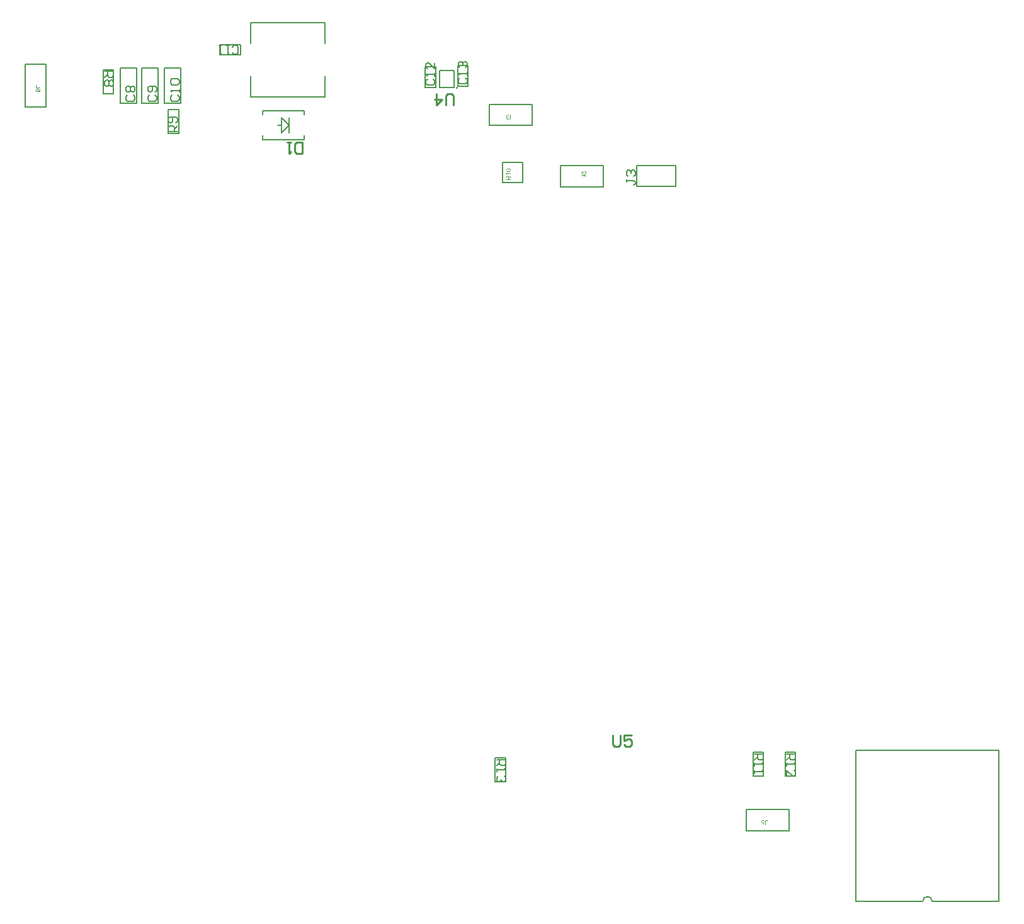
<source format=gbr>
G04*
G04 #@! TF.GenerationSoftware,Altium Limited,Altium Designer,23.0.1 (38)*
G04*
G04 Layer_Color=8388736*
%FSLAX25Y25*%
%MOIN*%
G70*
G04*
G04 #@! TF.SameCoordinates,96643D2F-BE8E-4E12-8B93-A60CB91944C5*
G04*
G04*
G04 #@! TF.FilePolarity,Positive*
G04*
G01*
G75*
%ADD10C,0.01000*%
%ADD12C,0.00787*%
G36*
X293440Y443498D02*
X293463Y443496D01*
X293493Y443494D01*
X293524Y443490D01*
X293561Y443484D01*
X293601Y443474D01*
X293644Y443465D01*
X293689Y443453D01*
X293734Y443435D01*
X293781Y443418D01*
X293826Y443394D01*
X293873Y443369D01*
X293916Y443339D01*
X293959Y443304D01*
X293961Y443302D01*
X293969Y443294D01*
X293979Y443284D01*
X293994Y443269D01*
X294010Y443249D01*
X294030Y443226D01*
X294049Y443196D01*
X294071Y443165D01*
X294092Y443131D01*
X294116Y443092D01*
X294136Y443049D01*
X294155Y443004D01*
X294173Y442955D01*
X294187Y442904D01*
X294198Y442849D01*
X294206Y442793D01*
X293899Y442751D01*
Y442753D01*
X293897Y442763D01*
X293893Y442777D01*
X293889Y442794D01*
X293883Y442816D01*
X293875Y442839D01*
X293867Y442867D01*
X293855Y442896D01*
X293832Y442959D01*
X293800Y443022D01*
X293783Y443051D01*
X293763Y443081D01*
X293742Y443106D01*
X293718Y443130D01*
X293716Y443131D01*
X293712Y443135D01*
X293705Y443139D01*
X293695Y443147D01*
X293683Y443157D01*
X293667Y443167D01*
X293652Y443177D01*
X293632Y443186D01*
X293610Y443198D01*
X293587Y443208D01*
X293532Y443228D01*
X293505Y443235D01*
X293473Y443239D01*
X293440Y443243D01*
X293407Y443245D01*
X293397D01*
X293385Y443243D01*
X293369D01*
X293352Y443241D01*
X293330Y443237D01*
X293305Y443233D01*
X293277Y443226D01*
X293250Y443218D01*
X293220Y443208D01*
X293189Y443196D01*
X293158Y443183D01*
X293128Y443165D01*
X293097Y443145D01*
X293068Y443122D01*
X293038Y443096D01*
X293036Y443094D01*
X293032Y443088D01*
X293024Y443081D01*
X293015Y443069D01*
X293003Y443055D01*
X292991Y443038D01*
X292977Y443016D01*
X292962Y442992D01*
X292948Y442967D01*
X292934Y442938D01*
X292922Y442908D01*
X292911Y442875D01*
X292901Y442839D01*
X292893Y442802D01*
X292889Y442763D01*
X292887Y442722D01*
Y442720D01*
Y442712D01*
Y442702D01*
X292889Y442687D01*
X292891Y442669D01*
X292895Y442647D01*
X292899Y442624D01*
X292905Y442598D01*
X292913Y442571D01*
X292920Y442544D01*
X292932Y442514D01*
X292946Y442485D01*
X292962Y442455D01*
X292981Y442428D01*
X293001Y442401D01*
X293026Y442373D01*
X293028Y442371D01*
X293032Y442367D01*
X293040Y442359D01*
X293052Y442351D01*
X293066Y442342D01*
X293081Y442330D01*
X293101Y442316D01*
X293122Y442303D01*
X293148Y442291D01*
X293173Y442277D01*
X293203Y442265D01*
X293234Y442255D01*
X293267Y442248D01*
X293305Y442240D01*
X293342Y442236D01*
X293381Y442234D01*
X293397D01*
X293416Y442236D01*
X293442Y442238D01*
X293473Y442242D01*
X293510Y442248D01*
X293552Y442255D01*
X293599Y442267D01*
X293565Y441997D01*
X293559D01*
X293548Y441999D01*
X293530Y442001D01*
X293495D01*
X293481Y441999D01*
X293463Y441997D01*
X293444Y441995D01*
X293422Y441993D01*
X293397Y441987D01*
X293342Y441975D01*
X293281Y441958D01*
X293252Y441946D01*
X293220Y441932D01*
X293189Y441916D01*
X293160Y441899D01*
X293158Y441897D01*
X293152Y441893D01*
X293144Y441887D01*
X293134Y441879D01*
X293122Y441867D01*
X293109Y441854D01*
X293095Y441838D01*
X293079Y441820D01*
X293066Y441799D01*
X293052Y441775D01*
X293038Y441750D01*
X293026Y441720D01*
X293015Y441689D01*
X293007Y441656D01*
X293003Y441620D01*
X293001Y441581D01*
Y441579D01*
Y441573D01*
Y441566D01*
X293003Y441552D01*
X293005Y441538D01*
X293007Y441520D01*
X293011Y441503D01*
X293015Y441481D01*
X293028Y441438D01*
X293038Y441415D01*
X293050Y441391D01*
X293063Y441366D01*
X293077Y441344D01*
X293097Y441321D01*
X293116Y441299D01*
X293118Y441297D01*
X293122Y441295D01*
X293128Y441289D01*
X293138Y441281D01*
X293148Y441273D01*
X293163Y441264D01*
X293179Y441254D01*
X293197Y441242D01*
X293218Y441232D01*
X293240Y441222D01*
X293265Y441213D01*
X293291Y441205D01*
X293318Y441197D01*
X293350Y441191D01*
X293381Y441189D01*
X293414Y441187D01*
X293432D01*
X293444Y441189D01*
X293460Y441191D01*
X293477Y441193D01*
X293497Y441197D01*
X293518Y441201D01*
X293565Y441215D01*
X293591Y441224D01*
X293616Y441234D01*
X293642Y441248D01*
X293667Y441264D01*
X293691Y441281D01*
X293714Y441301D01*
X293716Y441303D01*
X293720Y441307D01*
X293726Y441313D01*
X293734Y441323D01*
X293744Y441334D01*
X293754Y441348D01*
X293765Y441366D01*
X293779Y441385D01*
X293791Y441409D01*
X293804Y441434D01*
X293816Y441462D01*
X293830Y441491D01*
X293840Y441524D01*
X293851Y441562D01*
X293859Y441599D01*
X293867Y441640D01*
X294175Y441585D01*
Y441581D01*
X294173Y441571D01*
X294169Y441556D01*
X294163Y441534D01*
X294155Y441509D01*
X294147Y441477D01*
X294136Y441444D01*
X294122Y441409D01*
X294106Y441371D01*
X294089Y441332D01*
X294067Y441291D01*
X294044Y441252D01*
X294018Y441213D01*
X293989Y441174D01*
X293955Y441138D01*
X293920Y441105D01*
X293918Y441103D01*
X293910Y441097D01*
X293899Y441089D01*
X293883Y441078D01*
X293863Y441066D01*
X293840Y441050D01*
X293812Y441036D01*
X293781Y441019D01*
X293748Y441003D01*
X293708Y440987D01*
X293667Y440974D01*
X293624Y440962D01*
X293577Y440950D01*
X293528Y440942D01*
X293475Y440936D01*
X293420Y440934D01*
X293401D01*
X293385Y440936D01*
X293367D01*
X293346Y440938D01*
X293322Y440942D01*
X293295Y440946D01*
X293267Y440950D01*
X293238Y440956D01*
X293173Y440972D01*
X293109Y440995D01*
X293075Y441009D01*
X293042Y441024D01*
X293040D01*
X293034Y441028D01*
X293024Y441034D01*
X293013Y441040D01*
X292999Y441050D01*
X292981Y441060D01*
X292944Y441087D01*
X292901Y441122D01*
X292856Y441164D01*
X292813Y441211D01*
X292775Y441266D01*
X292774Y441268D01*
X292772Y441271D01*
X292768Y441281D01*
X292762Y441291D01*
X292754Y441307D01*
X292746Y441323D01*
X292738Y441342D01*
X292728Y441362D01*
X292721Y441385D01*
X292713Y441411D01*
X292697Y441466D01*
X292687Y441526D01*
X292683Y441558D01*
Y441589D01*
Y441591D01*
Y441597D01*
Y441605D01*
X292685Y441616D01*
Y441630D01*
X292687Y441648D01*
X292691Y441666D01*
X292695Y441687D01*
X292705Y441732D01*
X292721Y441783D01*
X292742Y441834D01*
X292756Y441859D01*
X292772Y441885D01*
Y441887D01*
X292775Y441891D01*
X292781Y441899D01*
X292787Y441906D01*
X292797Y441918D01*
X292809Y441932D01*
X292823Y441946D01*
X292836Y441961D01*
X292854Y441977D01*
X292873Y441995D01*
X292895Y442012D01*
X292918Y442030D01*
X292942Y442048D01*
X292969Y442065D01*
X293030Y442097D01*
X293028D01*
X293020Y442099D01*
X293009Y442102D01*
X292993Y442106D01*
X292975Y442114D01*
X292954Y442122D01*
X292928Y442130D01*
X292903Y442142D01*
X292875Y442156D01*
X292848Y442171D01*
X292819Y442189D01*
X292789Y442208D01*
X292762Y442230D01*
X292734Y442253D01*
X292707Y442281D01*
X292683Y442310D01*
X292681Y442312D01*
X292677Y442318D01*
X292671Y442326D01*
X292664Y442340D01*
X292654Y442355D01*
X292644Y442375D01*
X292632Y442397D01*
X292621Y442422D01*
X292611Y442450D01*
X292599Y442481D01*
X292589Y442514D01*
X292579Y442549D01*
X292572Y442587D01*
X292566Y442628D01*
X292562Y442671D01*
X292560Y442716D01*
Y442720D01*
Y442730D01*
X292562Y442747D01*
X292564Y442771D01*
X292568Y442798D01*
X292572Y442832D01*
X292579Y442869D01*
X292589Y442908D01*
X292603Y442951D01*
X292619Y442996D01*
X292638Y443041D01*
X292662Y443088D01*
X292689Y443135D01*
X292721Y443183D01*
X292758Y443228D01*
X292801Y443273D01*
X292803Y443275D01*
X292813Y443283D01*
X292824Y443294D01*
X292844Y443308D01*
X292867Y443326D01*
X292895Y443345D01*
X292928Y443365D01*
X292966Y443386D01*
X293009Y443408D01*
X293054Y443428D01*
X293105Y443447D01*
X293158Y443465D01*
X293216Y443478D01*
X293277Y443490D01*
X293342Y443498D01*
X293408Y443500D01*
X293422D01*
X293440Y443498D01*
D02*
G37*
G36*
X295000Y440944D02*
X294667D01*
Y443457D01*
X295000D01*
Y440944D01*
D02*
G37*
G36*
X428431Y69998D02*
X428454Y69996D01*
X428483Y69994D01*
X428517Y69990D01*
X428554Y69984D01*
X428595Y69977D01*
X428640Y69967D01*
X428685Y69953D01*
X428730Y69937D01*
X428777Y69920D01*
X428824Y69898D01*
X428871Y69873D01*
X428915Y69843D01*
X428958Y69810D01*
X428960Y69808D01*
X428968Y69800D01*
X428977Y69790D01*
X428991Y69775D01*
X429009Y69755D01*
X429028Y69731D01*
X429048Y69706D01*
X429069Y69675D01*
X429091Y69639D01*
X429113Y69600D01*
X429132Y69559D01*
X429152Y69514D01*
X429169Y69465D01*
X429183Y69414D01*
X429195Y69359D01*
X429203Y69300D01*
X428879Y69273D01*
Y69275D01*
X428877Y69283D01*
X428875Y69296D01*
X428871Y69312D01*
X428868Y69332D01*
X428862Y69353D01*
X428854Y69379D01*
X428846Y69406D01*
X428824Y69465D01*
X428795Y69524D01*
X428777Y69553D01*
X428760Y69581D01*
X428738Y69606D01*
X428715Y69630D01*
X428713Y69632D01*
X428709Y69635D01*
X428701Y69641D01*
X428691Y69647D01*
X428679Y69657D01*
X428664Y69667D01*
X428646Y69677D01*
X428626Y69688D01*
X428603Y69700D01*
X428579Y69710D01*
X428524Y69730D01*
X428495Y69735D01*
X428464Y69741D01*
X428431Y69745D01*
X428397Y69747D01*
X428387D01*
X428376Y69745D01*
X428360D01*
X428340Y69741D01*
X428317Y69737D01*
X428293Y69734D01*
X428266Y69726D01*
X428236Y69718D01*
X428205Y69706D01*
X428174Y69692D01*
X428142Y69677D01*
X428111Y69657D01*
X428080Y69635D01*
X428048Y69610D01*
X428019Y69581D01*
X428017Y69579D01*
X428013Y69573D01*
X428005Y69563D01*
X427995Y69549D01*
X427984Y69534D01*
X427970Y69512D01*
X427956Y69489D01*
X427941Y69461D01*
X427927Y69432D01*
X427913Y69398D01*
X427899Y69361D01*
X427888Y69320D01*
X427878Y69279D01*
X427870Y69234D01*
X427866Y69185D01*
X427864Y69134D01*
Y69130D01*
Y69122D01*
Y69108D01*
X427866Y69091D01*
X427868Y69067D01*
X427872Y69042D01*
X427876Y69014D01*
X427882Y68983D01*
X427889Y68950D01*
X427901Y68916D01*
X427913Y68881D01*
X427927Y68846D01*
X427944Y68812D01*
X427964Y68779D01*
X427987Y68746D01*
X428013Y68716D01*
X428015Y68714D01*
X428019Y68710D01*
X428029Y68703D01*
X428040Y68693D01*
X428054Y68681D01*
X428072Y68667D01*
X428093Y68654D01*
X428117Y68640D01*
X428142Y68626D01*
X428172Y68612D01*
X428205Y68599D01*
X428238Y68587D01*
X428276Y68577D01*
X428315Y68569D01*
X428356Y68565D01*
X428401Y68563D01*
X428415D01*
X428427Y68565D01*
X428440D01*
X428456Y68567D01*
X428491Y68571D01*
X428532Y68581D01*
X428579Y68593D01*
X428626Y68608D01*
X428672Y68632D01*
X428674D01*
X428677Y68636D01*
X428683Y68638D01*
X428691Y68644D01*
X428713Y68659D01*
X428740Y68679D01*
X428769Y68704D01*
X428801Y68734D01*
X428830Y68767D01*
X428858Y68806D01*
X429148Y68769D01*
X428905Y67478D01*
X427654D01*
Y67772D01*
X428660D01*
X428795Y68450D01*
X428793Y68448D01*
X428785Y68442D01*
X428771Y68434D01*
X428756Y68424D01*
X428734Y68412D01*
X428711Y68399D01*
X428681Y68385D01*
X428650Y68369D01*
X428617Y68356D01*
X428579Y68342D01*
X428540Y68328D01*
X428499Y68316D01*
X428456Y68305D01*
X428411Y68297D01*
X428366Y68293D01*
X428319Y68291D01*
X428305D01*
X428287Y68293D01*
X428264Y68295D01*
X428234Y68299D01*
X428203Y68303D01*
X428166Y68310D01*
X428127Y68320D01*
X428084Y68332D01*
X428039Y68348D01*
X427993Y68365D01*
X427946Y68387D01*
X427899Y68414D01*
X427852Y68444D01*
X427807Y68479D01*
X427764Y68520D01*
X427762Y68522D01*
X427754Y68530D01*
X427742Y68544D01*
X427729Y68561D01*
X427711Y68583D01*
X427692Y68610D01*
X427672Y68642D01*
X427650Y68679D01*
X427629Y68718D01*
X427609Y68763D01*
X427590Y68812D01*
X427572Y68863D01*
X427558Y68918D01*
X427547Y68979D01*
X427539Y69040D01*
X427537Y69106D01*
Y69110D01*
Y69122D01*
X427539Y69140D01*
X427541Y69163D01*
X427543Y69192D01*
X427547Y69228D01*
X427554Y69265D01*
X427562Y69308D01*
X427572Y69353D01*
X427586Y69400D01*
X427601Y69449D01*
X427621Y69498D01*
X427644Y69549D01*
X427670Y69600D01*
X427701Y69649D01*
X427737Y69696D01*
X427739Y69700D01*
X427748Y69710D01*
X427762Y69724D01*
X427782Y69743D01*
X427805Y69767D01*
X427835Y69792D01*
X427870Y69820D01*
X427909Y69847D01*
X427954Y69876D01*
X428003Y69904D01*
X428058Y69929D01*
X428117Y69953D01*
X428180Y69973D01*
X428248Y69986D01*
X428321Y69996D01*
X428397Y70000D01*
X428413D01*
X428431Y69998D01*
D02*
G37*
G36*
X430357D02*
X430381Y69996D01*
X430408Y69994D01*
X430440Y69990D01*
X430475Y69984D01*
X430514Y69977D01*
X430553Y69967D01*
X430594Y69955D01*
X430637Y69939D01*
X430681Y69920D01*
X430722Y69898D01*
X430761Y69875D01*
X430798Y69845D01*
X430833Y69812D01*
X430835Y69810D01*
X430841Y69802D01*
X430849Y69792D01*
X430861Y69777D01*
X430873Y69757D01*
X430888Y69731D01*
X430904Y69702D01*
X430920Y69669D01*
X430935Y69632D01*
X430951Y69590D01*
X430965Y69543D01*
X430976Y69492D01*
X430988Y69437D01*
X430994Y69379D01*
X431000Y69314D01*
Y69245D01*
X430700Y69204D01*
Y69208D01*
Y69216D01*
X430698Y69232D01*
X430696Y69251D01*
X430694Y69275D01*
X430692Y69300D01*
X430688Y69330D01*
X430683Y69361D01*
X430669Y69428D01*
X430651Y69492D01*
X430639Y69522D01*
X430626Y69551D01*
X430610Y69577D01*
X430594Y69598D01*
X430592Y69600D01*
X430590Y69602D01*
X430584Y69608D01*
X430577Y69614D01*
X430567Y69622D01*
X430555Y69632D01*
X430541Y69641D01*
X430526Y69651D01*
X430506Y69661D01*
X430486Y69671D01*
X430441Y69688D01*
X430388Y69700D01*
X430359Y69702D01*
X430328Y69704D01*
X430306D01*
X430296Y69702D01*
X430285Y69700D01*
X430255Y69696D01*
X430222Y69690D01*
X430185Y69681D01*
X430149Y69667D01*
X430114Y69647D01*
X430112D01*
X430110Y69645D01*
X430098Y69637D01*
X430083Y69624D01*
X430063Y69606D01*
X430044Y69585D01*
X430022Y69557D01*
X430004Y69528D01*
X429989Y69492D01*
Y69490D01*
X429987Y69489D01*
X429985Y69483D01*
X429983Y69473D01*
X429981Y69463D01*
X429977Y69449D01*
X429975Y69434D01*
X429971Y69416D01*
X429967Y69394D01*
X429965Y69371D01*
X429961Y69345D01*
X429959Y69318D01*
X429957Y69287D01*
X429955Y69251D01*
X429953Y69216D01*
Y69177D01*
Y67444D01*
X429620D01*
Y69157D01*
Y69161D01*
Y69171D01*
Y69187D01*
X429622Y69210D01*
Y69236D01*
X429624Y69267D01*
X429626Y69300D01*
X429630Y69337D01*
X429634Y69375D01*
X429638Y69416D01*
X429652Y69496D01*
X429661Y69538D01*
X429671Y69577D01*
X429683Y69612D01*
X429697Y69647D01*
Y69649D01*
X429701Y69655D01*
X429705Y69663D01*
X429710Y69675D01*
X429720Y69690D01*
X429730Y69706D01*
X429755Y69745D01*
X429771Y69765D01*
X429789Y69786D01*
X429810Y69810D01*
X429832Y69832D01*
X429855Y69853D01*
X429881Y69873D01*
X429910Y69892D01*
X429940Y69910D01*
X429942D01*
X429948Y69914D01*
X429955Y69918D01*
X429969Y69924D01*
X429985Y69931D01*
X430004Y69939D01*
X430026Y69947D01*
X430049Y69955D01*
X430077Y69963D01*
X430106Y69971D01*
X430138Y69978D01*
X430173Y69986D01*
X430208Y69992D01*
X430245Y69996D01*
X430285Y69998D01*
X430326Y70000D01*
X430339D01*
X430357Y69998D01*
D02*
G37*
G36*
X334162Y413520D02*
X334186Y413518D01*
X334217Y413517D01*
X334252Y413513D01*
X334291Y413505D01*
X334334Y413497D01*
X334378Y413487D01*
X334425Y413474D01*
X334472Y413458D01*
X334521Y413438D01*
X334568Y413415D01*
X334613Y413387D01*
X334658Y413356D01*
X334699Y413321D01*
X334701Y413319D01*
X334709Y413311D01*
X334719Y413301D01*
X334732Y413285D01*
X334748Y413266D01*
X334766Y413242D01*
X334785Y413215D01*
X334805Y413183D01*
X334824Y413150D01*
X334844Y413111D01*
X334862Y413072D01*
X334877Y413027D01*
X334891Y412980D01*
X334901Y412931D01*
X334909Y412880D01*
X334911Y412825D01*
Y412823D01*
Y412819D01*
Y412809D01*
Y412799D01*
X334909Y412785D01*
X334907Y412770D01*
X334905Y412750D01*
X334903Y412731D01*
X334895Y412685D01*
X334885Y412635D01*
X334870Y412582D01*
X334848Y412527D01*
Y412525D01*
X334846Y412521D01*
X334842Y412513D01*
X334836Y412501D01*
X334830Y412488D01*
X334821Y412472D01*
X334811Y412454D01*
X334799Y412435D01*
X334772Y412388D01*
X334736Y412337D01*
X334693Y412280D01*
X334644Y412221D01*
X334642Y412219D01*
X334638Y412213D01*
X334629Y412205D01*
X334617Y412192D01*
X334601Y412176D01*
X334581Y412154D01*
X334558Y412133D01*
X334530Y412105D01*
X334499Y412076D01*
X334466Y412043D01*
X334427Y412005D01*
X334384Y411966D01*
X334336Y411923D01*
X334284Y411878D01*
X334229Y411829D01*
X334168Y411778D01*
X334164Y411776D01*
X334156Y411768D01*
X334142Y411757D01*
X334123Y411741D01*
X334101Y411721D01*
X334076Y411700D01*
X334048Y411676D01*
X334019Y411651D01*
X333958Y411598D01*
X333899Y411545D01*
X333874Y411521D01*
X333848Y411498D01*
X333829Y411478D01*
X333811Y411460D01*
X333807Y411457D01*
X333798Y411447D01*
X333784Y411431D01*
X333766Y411410D01*
X333745Y411384D01*
X333723Y411357D01*
X333701Y411327D01*
X333682Y411296D01*
X334915D01*
Y411000D01*
X333253D01*
Y411002D01*
Y411006D01*
Y411012D01*
Y411020D01*
Y411041D01*
X333257Y411068D01*
X333260Y411100D01*
X333266Y411137D01*
X333276Y411174D01*
X333288Y411214D01*
Y411215D01*
X333292Y411221D01*
X333294Y411231D01*
X333300Y411243D01*
X333308Y411259D01*
X333315Y411276D01*
X333325Y411296D01*
X333337Y411319D01*
X333364Y411368D01*
X333400Y411425D01*
X333441Y411486D01*
X333490Y411547D01*
X333492Y411549D01*
X333496Y411555D01*
X333505Y411564D01*
X333515Y411576D01*
X333531Y411592D01*
X333548Y411610D01*
X333570Y411631D01*
X333594Y411657D01*
X333621Y411682D01*
X333650Y411711D01*
X333684Y411743D01*
X333721Y411776D01*
X333760Y411811D01*
X333801Y411849D01*
X333846Y411888D01*
X333895Y411927D01*
X333897Y411929D01*
X333899Y411931D01*
X333905Y411935D01*
X333913Y411943D01*
X333935Y411958D01*
X333962Y411982D01*
X333995Y412011D01*
X334033Y412043D01*
X334074Y412080D01*
X334119Y412119D01*
X334164Y412160D01*
X334211Y412203D01*
X334256Y412249D01*
X334301Y412293D01*
X334344Y412337D01*
X334384Y412380D01*
X334419Y412421D01*
X334448Y412458D01*
X334450Y412460D01*
X334454Y412468D01*
X334462Y412478D01*
X334472Y412492D01*
X334482Y412509D01*
X334493Y412531D01*
X334507Y412554D01*
X334521Y412580D01*
X334534Y412607D01*
X334548Y412637D01*
X334570Y412699D01*
X334579Y412731D01*
X334587Y412764D01*
X334591Y412797D01*
X334593Y412831D01*
Y412832D01*
Y412838D01*
Y412848D01*
X334591Y412862D01*
X334589Y412878D01*
X334585Y412895D01*
X334581Y412917D01*
X334578Y412938D01*
X334562Y412987D01*
X334550Y413013D01*
X334538Y413038D01*
X334523Y413066D01*
X334505Y413091D01*
X334485Y413117D01*
X334462Y413140D01*
X334460Y413142D01*
X334456Y413146D01*
X334448Y413152D01*
X334438Y413160D01*
X334425Y413170D01*
X334409Y413181D01*
X334391Y413191D01*
X334370Y413205D01*
X334346Y413217D01*
X334321Y413227D01*
X334291Y413238D01*
X334262Y413248D01*
X334229Y413256D01*
X334195Y413262D01*
X334158Y413266D01*
X334119Y413268D01*
X334097D01*
X334082Y413266D01*
X334064Y413264D01*
X334043Y413260D01*
X334017Y413256D01*
X333992Y413250D01*
X333964Y413244D01*
X333935Y413234D01*
X333905Y413225D01*
X333876Y413211D01*
X333844Y413195D01*
X333817Y413177D01*
X333788Y413156D01*
X333762Y413132D01*
X333760Y413131D01*
X333756Y413127D01*
X333750Y413119D01*
X333741Y413109D01*
X333731Y413095D01*
X333721Y413077D01*
X333707Y413058D01*
X333696Y413036D01*
X333684Y413011D01*
X333672Y412984D01*
X333660Y412952D01*
X333650Y412921D01*
X333641Y412884D01*
X333635Y412846D01*
X333631Y412805D01*
X333629Y412762D01*
X333311Y412795D01*
Y412797D01*
Y412799D01*
X333313Y412811D01*
X333315Y412829D01*
X333319Y412854D01*
X333325Y412884D01*
X333333Y412917D01*
X333343Y412956D01*
X333354Y412995D01*
X333368Y413038D01*
X333384Y413083D01*
X333403Y413129D01*
X333427Y413174D01*
X333453Y413217D01*
X333484Y413260D01*
X333517Y413299D01*
X333554Y413336D01*
X333556Y413338D01*
X333564Y413344D01*
X333576Y413354D01*
X333594Y413366D01*
X333615Y413379D01*
X333641Y413395D01*
X333672Y413413D01*
X333705Y413430D01*
X333745Y413446D01*
X333788Y413464D01*
X333835Y413479D01*
X333886Y413493D01*
X333941Y413505D01*
X333999Y413515D01*
X334062Y413520D01*
X334127Y413522D01*
X334142D01*
X334162Y413520D01*
D02*
G37*
G36*
X332833Y411000D02*
X332500D01*
Y413513D01*
X332833D01*
Y411000D01*
D02*
G37*
G36*
X293806Y414956D02*
X293846D01*
X293889Y414954D01*
X293938Y414950D01*
X293989Y414947D01*
X294045Y414943D01*
X294102Y414937D01*
X294222Y414919D01*
X294283Y414909D01*
X294339Y414897D01*
X294396Y414882D01*
X294449Y414866D01*
X294453Y414864D01*
X294461Y414862D01*
X294475Y414856D01*
X294494Y414849D01*
X294516Y414841D01*
X294543Y414829D01*
X294573Y414815D01*
X294604Y414797D01*
X294637Y414780D01*
X294671Y414760D01*
X294706Y414737D01*
X294741Y414713D01*
X294775Y414686D01*
X294808Y414658D01*
X294839Y414627D01*
X294869Y414594D01*
X294871Y414592D01*
X294875Y414586D01*
X294882Y414576D01*
X294892Y414560D01*
X294902Y414543D01*
X294916Y414523D01*
X294928Y414498D01*
X294941Y414470D01*
X294955Y414439D01*
X294969Y414404D01*
X294982Y414366D01*
X294992Y414325D01*
X295002Y414282D01*
X295010Y414237D01*
X295014Y414190D01*
X295016Y414139D01*
Y414123D01*
X295014Y414104D01*
X295012Y414078D01*
X295008Y414049D01*
X295002Y414013D01*
X294994Y413974D01*
X294982Y413931D01*
X294969Y413886D01*
X294953Y413839D01*
X294931Y413792D01*
X294906Y413743D01*
X294877Y413696D01*
X294843Y413651D01*
X294802Y413608D01*
X294757Y413567D01*
X294753Y413565D01*
X294741Y413557D01*
X294724Y413543D01*
X294696Y413527D01*
X294681Y413520D01*
X294663Y413510D01*
X294643Y413500D01*
X294620Y413488D01*
X294596Y413478D01*
X294571Y413467D01*
X294541Y413455D01*
X294512Y413443D01*
X294479Y413431D01*
X294445Y413420D01*
X294408Y413410D01*
X294369Y413398D01*
X294328Y413386D01*
X294285Y413377D01*
X294240Y413367D01*
X294193Y413359D01*
X294144Y413349D01*
X294093Y413343D01*
X294038Y413335D01*
X293981Y413330D01*
X293922Y413326D01*
X293861Y413322D01*
X293799Y413320D01*
X293734D01*
X293732D01*
X293728D01*
X293722D01*
X293714D01*
X293705D01*
X293691D01*
X293659Y413322D01*
X293622D01*
X293579Y413324D01*
X293530Y413328D01*
X293477Y413332D01*
X293422Y413335D01*
X293363Y413341D01*
X293244Y413357D01*
X293183Y413369D01*
X293126Y413380D01*
X293070Y413394D01*
X293017Y413410D01*
X293013Y413412D01*
X293005Y413414D01*
X292991Y413420D01*
X292971Y413427D01*
X292948Y413437D01*
X292922Y413449D01*
X292893Y413463D01*
X292862Y413478D01*
X292828Y413496D01*
X292795Y413518D01*
X292760Y413539D01*
X292724Y413565D01*
X292691Y413590D01*
X292658Y413620D01*
X292627Y413649D01*
X292597Y413682D01*
X292595Y413684D01*
X292591Y413690D01*
X292583Y413702D01*
X292574Y413716D01*
X292564Y413733D01*
X292550Y413755D01*
X292536Y413780D01*
X292523Y413808D01*
X292509Y413839D01*
X292497Y413874D01*
X292483Y413912D01*
X292474Y413953D01*
X292464Y413996D01*
X292456Y414041D01*
X292452Y414088D01*
X292450Y414139D01*
Y414159D01*
X292452Y414172D01*
Y414190D01*
X292454Y414212D01*
X292456Y414233D01*
X292460Y414258D01*
X292470Y414313D01*
X292485Y414374D01*
X292505Y414435D01*
X292532Y414494D01*
Y414496D01*
X292536Y414500D01*
X292540Y414509D01*
X292548Y414519D01*
X292556Y414533D01*
X292566Y414547D01*
X292593Y414582D01*
X292627Y414623D01*
X292666Y414664D01*
X292713Y414705D01*
X292768Y414745D01*
X292770Y414747D01*
X292776Y414748D01*
X292783Y414754D01*
X292795Y414760D01*
X292811Y414770D01*
X292828Y414780D01*
X292848Y414790D01*
X292871Y414802D01*
X292897Y414813D01*
X292926Y414827D01*
X292958Y414841D01*
X292989Y414852D01*
X293024Y414866D01*
X293062Y414878D01*
X293142Y414901D01*
X293144D01*
X293152Y414903D01*
X293165Y414907D01*
X293181Y414911D01*
X293205Y414915D01*
X293230Y414919D01*
X293262Y414925D01*
X293299Y414931D01*
X293338Y414935D01*
X293383Y414941D01*
X293432Y414945D01*
X293485Y414950D01*
X293542Y414952D01*
X293601Y414956D01*
X293665Y414958D01*
X293734D01*
X293736D01*
X293740D01*
X293746D01*
X293754D01*
X293763D01*
X293777D01*
X293806Y414956D01*
D02*
G37*
G36*
X294973Y412222D02*
X293009D01*
X293011Y412220D01*
X293013Y412216D01*
X293019Y412210D01*
X293026Y412203D01*
X293036Y412191D01*
X293048Y412177D01*
X293060Y412161D01*
X293075Y412144D01*
X293091Y412124D01*
X293107Y412101D01*
X293124Y412077D01*
X293142Y412052D01*
X293181Y411993D01*
X293220Y411928D01*
X293222Y411926D01*
X293224Y411920D01*
X293230Y411910D01*
X293238Y411899D01*
X293246Y411881D01*
X293256Y411863D01*
X293267Y411842D01*
X293279Y411820D01*
X293305Y411769D01*
X293332Y411716D01*
X293358Y411660D01*
X293379Y411605D01*
X293081D01*
X293079Y411609D01*
X293075Y411616D01*
X293070Y411630D01*
X293060Y411648D01*
X293048Y411671D01*
X293034Y411697D01*
X293017Y411726D01*
X292999Y411758D01*
X292979Y411793D01*
X292956Y411828D01*
X292907Y411905D01*
X292850Y411981D01*
X292787Y412055D01*
X292785Y412057D01*
X292779Y412063D01*
X292770Y412073D01*
X292758Y412087D01*
X292742Y412103D01*
X292724Y412122D01*
X292703Y412142D01*
X292679Y412163D01*
X292629Y412208D01*
X292572Y412253D01*
X292511Y412295D01*
X292481Y412314D01*
X292450Y412330D01*
Y412530D01*
X294973D01*
Y412222D01*
D02*
G37*
G36*
Y410758D02*
X294451Y410427D01*
X294449Y410425D01*
X294441Y410421D01*
X294430Y410413D01*
X294414Y410403D01*
X294394Y410390D01*
X294373Y410376D01*
X294349Y410360D01*
X294324Y410343D01*
X294267Y410305D01*
X294210Y410264D01*
X294155Y410225D01*
X294130Y410205D01*
X294106Y410188D01*
X294104Y410186D01*
X294100Y410184D01*
X294094Y410178D01*
X294087Y410172D01*
X294065Y410154D01*
X294040Y410131D01*
X294012Y410105D01*
X293985Y410078D01*
X293959Y410048D01*
X293938Y410019D01*
X293936Y410015D01*
X293930Y410005D01*
X293922Y409992D01*
X293910Y409972D01*
X293900Y409948D01*
X293889Y409923D01*
X293879Y409896D01*
X293871Y409866D01*
Y409864D01*
X293869Y409854D01*
X293867Y409841D01*
X293863Y409821D01*
X293861Y409796D01*
X293859Y409764D01*
X293857Y409727D01*
Y409298D01*
X294973D01*
Y408965D01*
X292460D01*
Y410109D01*
X292462Y410133D01*
Y410160D01*
X292464Y410193D01*
X292466Y410229D01*
X292468Y410268D01*
X292472Y410307D01*
X292477Y410350D01*
X292489Y410435D01*
X292497Y410476D01*
X292505Y410515D01*
X292517Y410552D01*
X292529Y410587D01*
Y410589D01*
X292532Y410595D01*
X292536Y410605D01*
X292542Y410617D01*
X292550Y410631D01*
X292560Y410648D01*
X292572Y410668D01*
X292583Y410687D01*
X292599Y410709D01*
X292617Y410733D01*
X292636Y410756D01*
X292660Y410778D01*
X292683Y410801D01*
X292709Y410825D01*
X292738Y410846D01*
X292770Y410866D01*
X292772Y410868D01*
X292777Y410870D01*
X292787Y410876D01*
X292799Y410882D01*
X292815Y410891D01*
X292834Y410899D01*
X292856Y410909D01*
X292881Y410919D01*
X292907Y410928D01*
X292936Y410938D01*
X292968Y410948D01*
X293001Y410956D01*
X293071Y410968D01*
X293109Y410970D01*
X293146Y410972D01*
X293150D01*
X293158D01*
X293171Y410970D01*
X293191D01*
X293215Y410966D01*
X293240Y410962D01*
X293271Y410958D01*
X293303Y410950D01*
X293338Y410940D01*
X293375Y410928D01*
X293412Y410915D01*
X293450Y410897D01*
X293489Y410878D01*
X293526Y410854D01*
X293563Y410828D01*
X293599Y410797D01*
X293601Y410795D01*
X293606Y410789D01*
X293616Y410779D01*
X293628Y410764D01*
X293642Y410746D01*
X293659Y410723D01*
X293677Y410697D01*
X293697Y410666D01*
X293716Y410631D01*
X293736Y410591D01*
X293756Y410548D01*
X293773Y410499D01*
X293791Y410446D01*
X293806Y410391D01*
X293820Y410329D01*
X293830Y410264D01*
Y410266D01*
X293832Y410270D01*
X293836Y410276D01*
X293842Y410286D01*
X293853Y410309D01*
X293869Y410338D01*
X293889Y410370D01*
X293910Y410403D01*
X293932Y410436D01*
X293955Y410464D01*
X293957Y410466D01*
X293961Y410470D01*
X293969Y410478D01*
X293979Y410490D01*
X293993Y410501D01*
X294008Y410517D01*
X294026Y410534D01*
X294047Y410552D01*
X294071Y410574D01*
X294096Y410595D01*
X294124Y410617D01*
X294153Y410640D01*
X294185Y410666D01*
X294218Y410689D01*
X294290Y410738D01*
X294973Y411173D01*
Y410758D01*
D02*
G37*
G36*
X44296Y458700D02*
X44292D01*
X44284D01*
X44268Y458698D01*
X44249Y458696D01*
X44225Y458694D01*
X44200Y458692D01*
X44170Y458688D01*
X44139Y458682D01*
X44072Y458669D01*
X44008Y458651D01*
X43978Y458639D01*
X43949Y458626D01*
X43923Y458610D01*
X43902Y458594D01*
X43900Y458592D01*
X43898Y458590D01*
X43892Y458584D01*
X43886Y458577D01*
X43878Y458567D01*
X43868Y458555D01*
X43859Y458541D01*
X43849Y458526D01*
X43839Y458506D01*
X43829Y458487D01*
X43812Y458441D01*
X43800Y458389D01*
X43798Y458359D01*
X43796Y458328D01*
Y458306D01*
X43798Y458296D01*
X43800Y458285D01*
X43804Y458255D01*
X43810Y458222D01*
X43819Y458185D01*
X43833Y458149D01*
X43853Y458114D01*
Y458112D01*
X43855Y458110D01*
X43863Y458098D01*
X43876Y458083D01*
X43894Y458063D01*
X43916Y458043D01*
X43943Y458022D01*
X43972Y458004D01*
X44008Y457989D01*
X44010D01*
X44012Y457987D01*
X44017Y457985D01*
X44027Y457983D01*
X44037Y457981D01*
X44051Y457977D01*
X44066Y457975D01*
X44084Y457971D01*
X44106Y457967D01*
X44129Y457965D01*
X44155Y457961D01*
X44182Y457959D01*
X44213Y457957D01*
X44249Y457955D01*
X44284Y457953D01*
X44323D01*
X46056D01*
Y457620D01*
X44343D01*
X44339D01*
X44329D01*
X44313D01*
X44290Y457622D01*
X44264D01*
X44233Y457624D01*
X44200Y457626D01*
X44162Y457630D01*
X44125Y457634D01*
X44084Y457638D01*
X44004Y457652D01*
X43962Y457661D01*
X43923Y457671D01*
X43888Y457683D01*
X43853Y457697D01*
X43851D01*
X43845Y457701D01*
X43837Y457704D01*
X43825Y457710D01*
X43810Y457720D01*
X43794Y457730D01*
X43755Y457755D01*
X43735Y457771D01*
X43714Y457789D01*
X43690Y457810D01*
X43668Y457832D01*
X43647Y457855D01*
X43627Y457881D01*
X43608Y457910D01*
X43590Y457940D01*
Y457942D01*
X43586Y457947D01*
X43582Y457955D01*
X43576Y457969D01*
X43569Y457985D01*
X43561Y458004D01*
X43553Y458026D01*
X43545Y458049D01*
X43537Y458077D01*
X43529Y458106D01*
X43521Y458138D01*
X43514Y458173D01*
X43508Y458208D01*
X43504Y458245D01*
X43502Y458285D01*
X43500Y458326D01*
Y458340D01*
X43502Y458357D01*
X43504Y458381D01*
X43506Y458408D01*
X43510Y458439D01*
X43516Y458475D01*
X43523Y458514D01*
X43533Y458553D01*
X43545Y458594D01*
X43561Y458637D01*
X43580Y458681D01*
X43602Y458722D01*
X43625Y458761D01*
X43655Y458798D01*
X43688Y458833D01*
X43690Y458835D01*
X43698Y458841D01*
X43708Y458849D01*
X43723Y458861D01*
X43743Y458873D01*
X43769Y458888D01*
X43798Y458904D01*
X43831Y458920D01*
X43868Y458935D01*
X43910Y458951D01*
X43957Y458965D01*
X44008Y458977D01*
X44063Y458988D01*
X44121Y458994D01*
X44186Y459000D01*
X44255D01*
X44296Y458700D01*
D02*
G37*
G36*
X44766Y457214D02*
X44786D01*
X44809D01*
X44837Y457212D01*
X44866Y457210D01*
X44895Y457209D01*
X44931Y457205D01*
X44966Y457203D01*
X45041Y457193D01*
X45123Y457183D01*
X45209Y457169D01*
X45297Y457152D01*
X45386Y457128D01*
X45472Y457103D01*
X45556Y457071D01*
X45636Y457036D01*
X45711Y456995D01*
X45746Y456971D01*
X45777Y456948D01*
X45781Y456946D01*
X45789Y456936D01*
X45805Y456924D01*
X45823Y456905D01*
X45844Y456881D01*
X45870Y456852D01*
X45895Y456818D01*
X45922Y456781D01*
X45948Y456738D01*
X45975Y456689D01*
X45999Y456638D01*
X46020Y456581D01*
X46038Y456521D01*
X46054Y456456D01*
X46062Y456387D01*
X46066Y456315D01*
Y456301D01*
X46064Y456285D01*
Y456266D01*
X46060Y456240D01*
X46058Y456211D01*
X46052Y456178D01*
X46044Y456142D01*
X46036Y456105D01*
X46024Y456066D01*
X46011Y456025D01*
X45995Y455984D01*
X45975Y455944D01*
X45954Y455903D01*
X45928Y455866D01*
X45899Y455829D01*
X45897Y455827D01*
X45891Y455821D01*
X45881Y455811D01*
X45868Y455797D01*
X45852Y455784D01*
X45830Y455766D01*
X45807Y455748D01*
X45779Y455729D01*
X45748Y455709D01*
X45715Y455690D01*
X45676Y455670D01*
X45634Y455652D01*
X45591Y455635D01*
X45544Y455621D01*
X45493Y455609D01*
X45440Y455599D01*
X45417Y455905D01*
X45419D01*
X45425Y455907D01*
X45434Y455909D01*
X45446Y455913D01*
X45462Y455917D01*
X45478Y455923D01*
X45517Y455936D01*
X45560Y455952D01*
X45603Y455974D01*
X45644Y455995D01*
X45664Y456009D01*
X45680Y456023D01*
X45681Y456025D01*
X45685Y456029D01*
X45691Y456035D01*
X45701Y456044D01*
X45711Y456058D01*
X45723Y456072D01*
X45734Y456089D01*
X45746Y456109D01*
X45758Y456131D01*
X45772Y456154D01*
X45781Y456180D01*
X45791Y456207D01*
X45801Y456235D01*
X45807Y456266D01*
X45811Y456299D01*
X45813Y456332D01*
Y456346D01*
X45811Y456358D01*
Y456370D01*
X45809Y456385D01*
X45803Y456421D01*
X45793Y456462D01*
X45777Y456505D01*
X45756Y456550D01*
X45744Y456572D01*
X45728Y456593D01*
X45726Y456595D01*
X45724Y456599D01*
X45717Y456607D01*
X45709Y456617D01*
X45697Y456630D01*
X45683Y456644D01*
X45668Y456660D01*
X45650Y456677D01*
X45628Y456695D01*
X45605Y456715D01*
X45579Y456734D01*
X45552Y456752D01*
X45523Y456772D01*
X45489Y456791D01*
X45454Y456809D01*
X45417Y456824D01*
X45415D01*
X45407Y456828D01*
X45395Y456832D01*
X45380Y456838D01*
X45358Y456844D01*
X45333Y456852D01*
X45303Y456860D01*
X45268Y456868D01*
X45229Y456875D01*
X45186Y456883D01*
X45138Y456889D01*
X45086Y456897D01*
X45031Y456903D01*
X44970Y456907D01*
X44905Y456909D01*
X44837Y456911D01*
X44839Y456909D01*
X44844Y456905D01*
X44852Y456899D01*
X44864Y456891D01*
X44878Y456879D01*
X44895Y456868D01*
X44913Y456852D01*
X44933Y456834D01*
X44974Y456795D01*
X45015Y456748D01*
X45054Y456695D01*
X45074Y456668D01*
X45090Y456638D01*
X45092Y456636D01*
X45093Y456630D01*
X45097Y456623D01*
X45103Y456611D01*
X45109Y456595D01*
X45115Y456577D01*
X45123Y456558D01*
X45131Y456536D01*
X45138Y456511D01*
X45146Y456485D01*
X45158Y456427D01*
X45168Y456366D01*
X45172Y456299D01*
Y456285D01*
X45170Y456270D01*
X45168Y456248D01*
X45164Y456221D01*
X45160Y456189D01*
X45152Y456154D01*
X45144Y456117D01*
X45131Y456076D01*
X45117Y456035D01*
X45097Y455991D01*
X45076Y455946D01*
X45050Y455901D01*
X45019Y455856D01*
X44984Y455813D01*
X44945Y455772D01*
X44943Y455770D01*
X44935Y455762D01*
X44921Y455752D01*
X44903Y455739D01*
X44882Y455721D01*
X44854Y455703D01*
X44821Y455684D01*
X44786Y455662D01*
X44745Y455643D01*
X44701Y455623D01*
X44652Y455605D01*
X44602Y455588D01*
X44545Y455574D01*
X44486Y455564D01*
X44423Y455556D01*
X44357Y455554D01*
X44355D01*
X44347D01*
X44333D01*
X44317Y455556D01*
X44296Y455558D01*
X44272Y455560D01*
X44245Y455562D01*
X44213Y455568D01*
X44180Y455572D01*
X44147Y455580D01*
X44072Y455597D01*
X44033Y455609D01*
X43996Y455623D01*
X43957Y455641D01*
X43917Y455658D01*
X43916Y455660D01*
X43908Y455662D01*
X43898Y455668D01*
X43884Y455678D01*
X43867Y455688D01*
X43849Y455699D01*
X43827Y455715D01*
X43804Y455731D01*
X43778Y455750D01*
X43753Y455772D01*
X43727Y455794D01*
X43702Y455819D01*
X43653Y455876D01*
X43629Y455905D01*
X43608Y455938D01*
X43606Y455940D01*
X43604Y455946D01*
X43598Y455956D01*
X43590Y455970D01*
X43582Y455988D01*
X43574Y456007D01*
X43565Y456031D01*
X43555Y456056D01*
X43543Y456085D01*
X43533Y456115D01*
X43525Y456150D01*
X43518Y456185D01*
X43504Y456262D01*
X43502Y456303D01*
X43500Y456344D01*
Y456362D01*
X43502Y456382D01*
X43504Y456409D01*
X43508Y456440D01*
X43516Y456480D01*
X43523Y456521D01*
X43535Y456568D01*
X43551Y456617D01*
X43569Y456668D01*
X43592Y456721D01*
X43619Y456772D01*
X43651Y456824D01*
X43690Y456877D01*
X43733Y456926D01*
X43782Y456973D01*
X43786Y456975D01*
X43796Y456983D01*
X43813Y456995D01*
X43837Y457011D01*
X43868Y457030D01*
X43906Y457050D01*
X43953Y457071D01*
X44006Y457095D01*
X44066Y457118D01*
X44100Y457128D01*
X44135Y457140D01*
X44172Y457150D01*
X44211Y457160D01*
X44253Y457169D01*
X44296Y457179D01*
X44343Y457187D01*
X44390Y457195D01*
X44439Y457201D01*
X44490Y457207D01*
X44545Y457210D01*
X44600Y457214D01*
X44656Y457216D01*
X44717D01*
X44719D01*
X44725D01*
X44735D01*
X44748D01*
X44766Y457214D01*
D02*
G37*
%LPC*%
G36*
X293791Y414641D02*
X293734D01*
X293732D01*
X293726D01*
X293718D01*
X293706D01*
X293693D01*
X293675D01*
X293655Y414639D01*
X293634D01*
X293610Y414637D01*
X293585D01*
X293526Y414633D01*
X293465Y414629D01*
X293399Y414623D01*
X293330Y414615D01*
X293262Y414606D01*
X293191Y414594D01*
X293124Y414580D01*
X293062Y414562D01*
X293005Y414543D01*
X292977Y414533D01*
X292954Y414521D01*
X292930Y414509D01*
X292911Y414496D01*
X292909Y414494D01*
X292901Y414490D01*
X292891Y414480D01*
X292879Y414470D01*
X292864Y414457D01*
X292846Y414439D01*
X292826Y414419D01*
X292807Y414396D01*
X292789Y414372D01*
X292770Y414345D01*
X292752Y414313D01*
X292736Y414282D01*
X292724Y414249D01*
X292713Y414214D01*
X292707Y414174D01*
X292705Y414135D01*
Y414125D01*
X292707Y414115D01*
Y414100D01*
X292711Y414082D01*
X292715Y414061D01*
X292721Y414037D01*
X292726Y414013D01*
X292736Y413986D01*
X292748Y413959D01*
X292764Y413931D01*
X292781Y413902D01*
X292801Y413874D01*
X292826Y413847D01*
X292854Y413822D01*
X292885Y413796D01*
X292887Y413794D01*
X292897Y413790D01*
X292911Y413782D01*
X292930Y413770D01*
X292958Y413759D01*
X292991Y413745D01*
X293030Y413731D01*
X293077Y413718D01*
X293132Y413702D01*
X293195Y413688D01*
X293228Y413680D01*
X293264Y413674D01*
X293301Y413669D01*
X293340Y413663D01*
X293383Y413657D01*
X293426Y413653D01*
X293471Y413647D01*
X293520Y413645D01*
X293571Y413641D01*
X293622Y413639D01*
X293677Y413637D01*
X293734D01*
X293736D01*
X293742D01*
X293750D01*
X293761D01*
X293775D01*
X293793Y413639D01*
X293812D01*
X293834D01*
X293857Y413641D01*
X293885D01*
X293942Y413645D01*
X294004Y413649D01*
X294069Y413655D01*
X294140Y413663D01*
X294208Y413672D01*
X294277Y413684D01*
X294343Y413698D01*
X294406Y413714D01*
X294465Y413733D01*
X294492Y413743D01*
X294516Y413755D01*
X294539Y413767D01*
X294559Y413780D01*
X294561Y413782D01*
X294567Y413786D01*
X294579Y413796D01*
X294590Y413806D01*
X294606Y413822D01*
X294624Y413837D01*
X294641Y413857D01*
X294661Y413880D01*
X294681Y413904D01*
X294698Y413931D01*
X294716Y413961D01*
X294731Y413992D01*
X294743Y414027D01*
X294753Y414062D01*
X294761Y414100D01*
X294763Y414139D01*
Y414149D01*
X294761Y414159D01*
X294759Y414174D01*
X294757Y414192D01*
X294751Y414214D01*
X294745Y414237D01*
X294737Y414262D01*
X294726Y414290D01*
X294714Y414319D01*
X294696Y414349D01*
X294677Y414378D01*
X294653Y414409D01*
X294626Y414439D01*
X294594Y414468D01*
X294559Y414496D01*
X294557Y414498D01*
X294549Y414502D01*
X294535Y414509D01*
X294518Y414519D01*
X294492Y414529D01*
X294461Y414541D01*
X294424Y414555D01*
X294379Y414568D01*
X294326Y414582D01*
X294298Y414588D01*
X294267Y414596D01*
X294234Y414602D01*
X294200Y414607D01*
X294163Y414613D01*
X294124Y414617D01*
X294083Y414623D01*
X294040Y414627D01*
X293995Y414631D01*
X293948Y414635D01*
X293897Y414637D01*
X293846Y414639D01*
X293791Y414641D01*
D02*
G37*
G36*
X293148Y410629D02*
X293146D01*
X293140D01*
X293130D01*
X293118Y410627D01*
X293103Y410625D01*
X293085Y410623D01*
X293066Y410619D01*
X293044Y410613D01*
X292997Y410597D01*
X292973Y410587D01*
X292948Y410574D01*
X292924Y410560D01*
X292899Y410542D01*
X292875Y410523D01*
X292854Y410499D01*
X292852Y410497D01*
X292848Y410493D01*
X292844Y410486D01*
X292836Y410476D01*
X292826Y410460D01*
X292817Y410444D01*
X292807Y410423D01*
X292795Y410399D01*
X292785Y410374D01*
X292776Y410343D01*
X292766Y410309D01*
X292756Y410272D01*
X292748Y410233D01*
X292744Y410190D01*
X292740Y410143D01*
X292738Y410092D01*
Y409298D01*
X293569D01*
Y410048D01*
X293567Y410068D01*
Y410090D01*
X293565Y410115D01*
X293563Y410141D01*
X293558Y410197D01*
X293550Y410256D01*
X293538Y410315D01*
X293530Y410340D01*
X293522Y410366D01*
Y410368D01*
X293520Y410372D01*
X293516Y410378D01*
X293512Y410388D01*
X293503Y410411D01*
X293485Y410438D01*
X293465Y410470D01*
X293440Y410503D01*
X293408Y410534D01*
X293373Y410562D01*
X293371D01*
X293369Y410564D01*
X293363Y410568D01*
X293356Y410572D01*
X293334Y410583D01*
X293307Y410595D01*
X293273Y410607D01*
X293234Y410619D01*
X293193Y410627D01*
X293148Y410629D01*
D02*
G37*
G36*
X44355Y456862D02*
X44353D01*
X44347D01*
X44339D01*
X44327Y456860D01*
X44313D01*
X44296Y456858D01*
X44278Y456856D01*
X44256Y456854D01*
X44210Y456846D01*
X44159Y456834D01*
X44104Y456817D01*
X44049Y456795D01*
X44047D01*
X44043Y456791D01*
X44035Y456787D01*
X44025Y456783D01*
X44014Y456775D01*
X44000Y456768D01*
X43966Y456746D01*
X43931Y456719D01*
X43894Y456687D01*
X43859Y456650D01*
X43827Y456607D01*
Y456605D01*
X43823Y456601D01*
X43821Y456595D01*
X43815Y456585D01*
X43810Y456573D01*
X43804Y456562D01*
X43790Y456529D01*
X43776Y456491D01*
X43765Y456448D01*
X43757Y456399D01*
X43753Y456350D01*
Y456342D01*
X43755Y456330D01*
Y456317D01*
X43757Y456301D01*
X43761Y456282D01*
X43766Y456258D01*
X43772Y456235D01*
X43780Y456209D01*
X43792Y456181D01*
X43804Y456154D01*
X43819Y456125D01*
X43837Y456097D01*
X43859Y456068D01*
X43882Y456040D01*
X43910Y456013D01*
X43911Y456011D01*
X43917Y456007D01*
X43925Y455999D01*
X43939Y455991D01*
X43955Y455980D01*
X43974Y455968D01*
X43996Y455956D01*
X44021Y455942D01*
X44051Y455929D01*
X44084Y455917D01*
X44119Y455905D01*
X44157Y455893D01*
X44198Y455886D01*
X44243Y455878D01*
X44290Y455874D01*
X44339Y455872D01*
X44343D01*
X44351D01*
X44364D01*
X44382Y455874D01*
X44403Y455876D01*
X44429Y455880D01*
X44456Y455884D01*
X44488Y455890D01*
X44519Y455897D01*
X44552Y455905D01*
X44586Y455917D01*
X44621Y455931D01*
X44654Y455946D01*
X44688Y455966D01*
X44719Y455985D01*
X44748Y456011D01*
X44750Y456013D01*
X44754Y456017D01*
X44762Y456025D01*
X44772Y456037D01*
X44784Y456050D01*
X44796Y456066D01*
X44809Y456085D01*
X44825Y456107D01*
X44839Y456131D01*
X44852Y456158D01*
X44864Y456187D01*
X44876Y456217D01*
X44886Y456250D01*
X44894Y456285D01*
X44897Y456323D01*
X44899Y456362D01*
Y456382D01*
X44897Y456397D01*
X44895Y456415D01*
X44892Y456436D01*
X44888Y456460D01*
X44880Y456485D01*
X44872Y456513D01*
X44862Y456540D01*
X44850Y456570D01*
X44837Y456599D01*
X44819Y456630D01*
X44798Y456660D01*
X44776Y456689D01*
X44748Y456717D01*
X44747Y456719D01*
X44741Y456722D01*
X44733Y456730D01*
X44721Y456740D01*
X44705Y456750D01*
X44688Y456762D01*
X44666Y456775D01*
X44643Y456789D01*
X44615Y456803D01*
X44586Y456817D01*
X44554Y456828D01*
X44519Y456838D01*
X44482Y456848D01*
X44441Y456856D01*
X44400Y456860D01*
X44355Y456862D01*
D02*
G37*
%LPD*%
D10*
X266413Y457711D02*
G03*
X266413Y457711I-39J0D01*
G01*
X264500Y448596D02*
Y453516D01*
X263516Y454500D01*
X261548D01*
X260564Y453516D01*
Y448596D01*
X255645Y454500D02*
Y448596D01*
X258596Y451548D01*
X254661D01*
X184500Y423002D02*
Y429000D01*
X181501D01*
X180501Y428000D01*
Y424002D01*
X181501Y423002D01*
X184500D01*
X178502Y429000D02*
X176503D01*
X177502D01*
Y423002D01*
X178502Y424002D01*
X348803Y114876D02*
Y109878D01*
X349803Y108878D01*
X351802D01*
X352802Y109878D01*
Y114876D01*
X358800D02*
X354801D01*
Y111877D01*
X356801Y112877D01*
X357800D01*
X358800Y111877D01*
Y109878D01*
X357800Y108878D01*
X355801D01*
X354801Y109878D01*
D12*
X518000Y27000D02*
G03*
X513000Y27000I-2500J0D01*
G01*
X423244Y105799D02*
X428756D01*
X423244Y93201D02*
Y105799D01*
Y93201D02*
X428756D01*
Y105799D01*
X361658Y405488D02*
X382130D01*
Y416512D01*
X361658D02*
X382130D01*
X361658Y405488D02*
Y416512D01*
X306378Y437910D02*
Y449090D01*
X283622D02*
X306378D01*
X283622Y437910D02*
Y449090D01*
Y437910D02*
X306378D01*
X442378Y64410D02*
Y75590D01*
X419622D02*
X442378D01*
X419622Y64410D02*
Y75590D01*
Y64410D02*
X442378D01*
X257161Y466831D02*
X265035D01*
X257161Y458071D02*
Y466831D01*
X265035Y458071D02*
Y466831D01*
X257161Y458071D02*
X265035D01*
X249744Y469012D02*
X255256D01*
X249744Y457988D02*
Y469012D01*
X255256Y457988D02*
Y469012D01*
X249744Y457988D02*
X255256D01*
X171500Y438000D02*
X173500D01*
Y434000D02*
Y442000D01*
X177500Y438000D01*
X173500Y434000D02*
X177500Y438000D01*
X185504Y430244D02*
Y432488D01*
Y443512D02*
Y445756D01*
X163496Y430244D02*
X185504D01*
X163496Y443512D02*
Y445756D01*
X177500Y434000D02*
Y442000D01*
X163496Y430244D02*
Y432488D01*
Y445756D02*
X185504D01*
X79244Y467299D02*
X84756D01*
X79244Y454701D02*
Y467299D01*
Y454701D02*
X84756D01*
Y467299D01*
X120331Y449551D02*
Y468449D01*
X111669D02*
X120331D01*
X111669Y449551D02*
Y468449D01*
Y449551D02*
X120331D01*
X113744Y433701D02*
X119256D01*
Y446299D01*
X113744D02*
X119256D01*
X113744Y433701D02*
Y446299D01*
X286744Y102799D02*
X292256D01*
X286744Y90201D02*
Y102799D01*
Y90201D02*
X292256D01*
Y102799D01*
X266927Y469650D02*
X272439D01*
X266927Y458626D02*
Y469650D01*
X272439Y458626D02*
Y469650D01*
X266927Y458626D02*
X272439D01*
X321122Y405409D02*
Y416590D01*
Y405409D02*
X343878D01*
Y416590D01*
X321122D02*
X343878D01*
X290685Y407685D02*
Y418315D01*
X301315D01*
Y407685D02*
Y418315D01*
X290685Y407685D02*
X301315D01*
X152012Y475244D02*
Y480756D01*
X140988D02*
X152012D01*
X140988Y475244D02*
X152012D01*
X140988D02*
Y480756D01*
X99669Y449551D02*
X108331D01*
X99669D02*
Y468449D01*
X108331D01*
Y449551D02*
Y468449D01*
X88169Y449551D02*
X96831D01*
X88169D02*
Y468449D01*
X96831D01*
Y449551D02*
Y468449D01*
X157315Y452815D02*
X196685D01*
Y463839D01*
X157315Y492185D02*
X196685D01*
X157315Y452815D02*
Y463839D01*
Y481161D02*
Y492185D01*
X196685Y481161D02*
Y492185D01*
X37909Y470378D02*
X49091D01*
X37909Y447622D02*
Y470378D01*
Y447622D02*
X49091D01*
Y470378D01*
X518000Y27000D02*
X553276D01*
X477724D02*
X513000D01*
X477724D02*
Y107000D01*
X553276D01*
Y27000D02*
Y107000D01*
X445756Y93201D02*
Y105799D01*
X440244Y93201D02*
X445756D01*
X440244D02*
Y105799D01*
X445756D01*
X424031Y105012D02*
X428754D01*
Y102650D01*
X427967Y101863D01*
X426393D01*
X425606Y102650D01*
Y105012D01*
Y103437D02*
X424031Y101863D01*
Y100289D02*
Y98715D01*
Y99502D01*
X428754D01*
X427967Y100289D01*
X424031Y96353D02*
Y94779D01*
Y95566D01*
X428754D01*
X427967Y96353D01*
X356147Y409424D02*
Y407850D01*
Y408637D01*
X360083D01*
X360870Y407850D01*
Y407063D01*
X360083Y406276D01*
X356934Y410998D02*
X356147Y411786D01*
Y413360D01*
X356934Y414147D01*
X357721D01*
X358509Y413360D01*
Y412573D01*
Y413360D01*
X359296Y414147D01*
X360083D01*
X360870Y413360D01*
Y411786D01*
X360083Y410998D01*
X250777Y462436D02*
X249990Y461649D01*
Y460075D01*
X250777Y459287D01*
X253925D01*
X254713Y460075D01*
Y461649D01*
X253925Y462436D01*
X254713Y464010D02*
Y465585D01*
Y464797D01*
X249990D01*
X250777Y464010D01*
X254713Y471095D02*
Y467946D01*
X251564Y471095D01*
X250777D01*
X249990Y470307D01*
Y468733D01*
X250777Y467946D01*
X80032Y466512D02*
X84754D01*
Y464150D01*
X83967Y463363D01*
X82393D01*
X81606Y464150D01*
Y466512D01*
Y464937D02*
X80032Y463363D01*
X83967Y461789D02*
X84754Y461002D01*
Y459427D01*
X83967Y458640D01*
X83180D01*
X82393Y459427D01*
X81606Y458640D01*
X80819D01*
X80032Y459427D01*
Y461002D01*
X80819Y461789D01*
X81606D01*
X82393Y461002D01*
X83180Y461789D01*
X83967D01*
X82393Y461002D02*
Y459427D01*
X115608Y453881D02*
X114820Y453094D01*
Y451519D01*
X115608Y450732D01*
X118756D01*
X119543Y451519D01*
Y453094D01*
X118756Y453881D01*
X119543Y455455D02*
Y457029D01*
Y456242D01*
X114820D01*
X115608Y455455D01*
Y459391D02*
X114820Y460178D01*
Y461752D01*
X115608Y462539D01*
X118756D01*
X119543Y461752D01*
Y460178D01*
X118756Y459391D01*
X115608D01*
X118468Y434488D02*
X113746D01*
Y436850D01*
X114533Y437637D01*
X116107D01*
X116894Y436850D01*
Y434488D01*
Y436062D02*
X118468Y437637D01*
X117681Y439211D02*
X118468Y439998D01*
Y441573D01*
X117681Y442360D01*
X114533D01*
X113746Y441573D01*
Y439998D01*
X114533Y439211D01*
X115320D01*
X116107Y439998D01*
Y442360D01*
X287531Y102012D02*
X292254D01*
Y99650D01*
X291467Y98863D01*
X289893D01*
X289106Y99650D01*
Y102012D01*
Y100437D02*
X287531Y98863D01*
Y97289D02*
Y95715D01*
Y96502D01*
X292254D01*
X291467Y97289D01*
Y93353D02*
X292254Y92566D01*
Y90992D01*
X291467Y90205D01*
X290680D01*
X289893Y90992D01*
Y91779D01*
Y90992D01*
X289106Y90205D01*
X288319D01*
X287531Y90992D01*
Y92566D01*
X288319Y93353D01*
X267960Y463074D02*
X267173Y462287D01*
Y460712D01*
X267960Y459925D01*
X271109D01*
X271896Y460712D01*
Y462287D01*
X271109Y463074D01*
X271896Y464648D02*
Y466222D01*
Y465435D01*
X267173D01*
X267960Y464648D01*
Y468584D02*
X267173Y469371D01*
Y470945D01*
X267960Y471732D01*
X268747D01*
X269534Y470945D01*
Y470158D01*
Y470945D01*
X270321Y471732D01*
X271109D01*
X271896Y470945D01*
Y469371D01*
X271109Y468584D01*
X147564Y476277D02*
X148351Y475490D01*
X149925D01*
X150713Y476277D01*
Y479425D01*
X149925Y480213D01*
X148351D01*
X147564Y479425D01*
X145990Y480213D02*
X144415D01*
X145203D01*
Y475490D01*
X145990Y476277D01*
X142054Y480213D02*
X140480D01*
X141267D01*
Y475490D01*
X142054Y476277D01*
X103608Y453881D02*
X102820Y453094D01*
Y451519D01*
X103608Y450732D01*
X106756D01*
X107543Y451519D01*
Y453094D01*
X106756Y453881D01*
Y455455D02*
X107543Y456242D01*
Y457817D01*
X106756Y458604D01*
X103608D01*
X102820Y457817D01*
Y456242D01*
X103608Y455455D01*
X104395D01*
X105182Y456242D01*
Y458604D01*
X92108Y453881D02*
X91320Y453094D01*
Y451519D01*
X92108Y450732D01*
X95256D01*
X96043Y451519D01*
Y453094D01*
X95256Y453881D01*
X92108Y455455D02*
X91320Y456242D01*
Y457817D01*
X92108Y458604D01*
X92895D01*
X93682Y457817D01*
X94469Y458604D01*
X95256D01*
X96043Y457817D01*
Y456242D01*
X95256Y455455D01*
X94469D01*
X93682Y456242D01*
X92895Y455455D01*
X92108D01*
X93682Y456242D02*
Y457817D01*
X441032Y105012D02*
X445754D01*
Y102650D01*
X444967Y101863D01*
X443393D01*
X442606Y102650D01*
Y105012D01*
Y103437D02*
X441032Y101863D01*
Y100289D02*
Y98715D01*
Y99502D01*
X445754D01*
X444967Y100289D01*
X441032Y93205D02*
Y96353D01*
X444180Y93205D01*
X444967D01*
X445754Y93992D01*
Y95566D01*
X444967Y96353D01*
M02*

</source>
